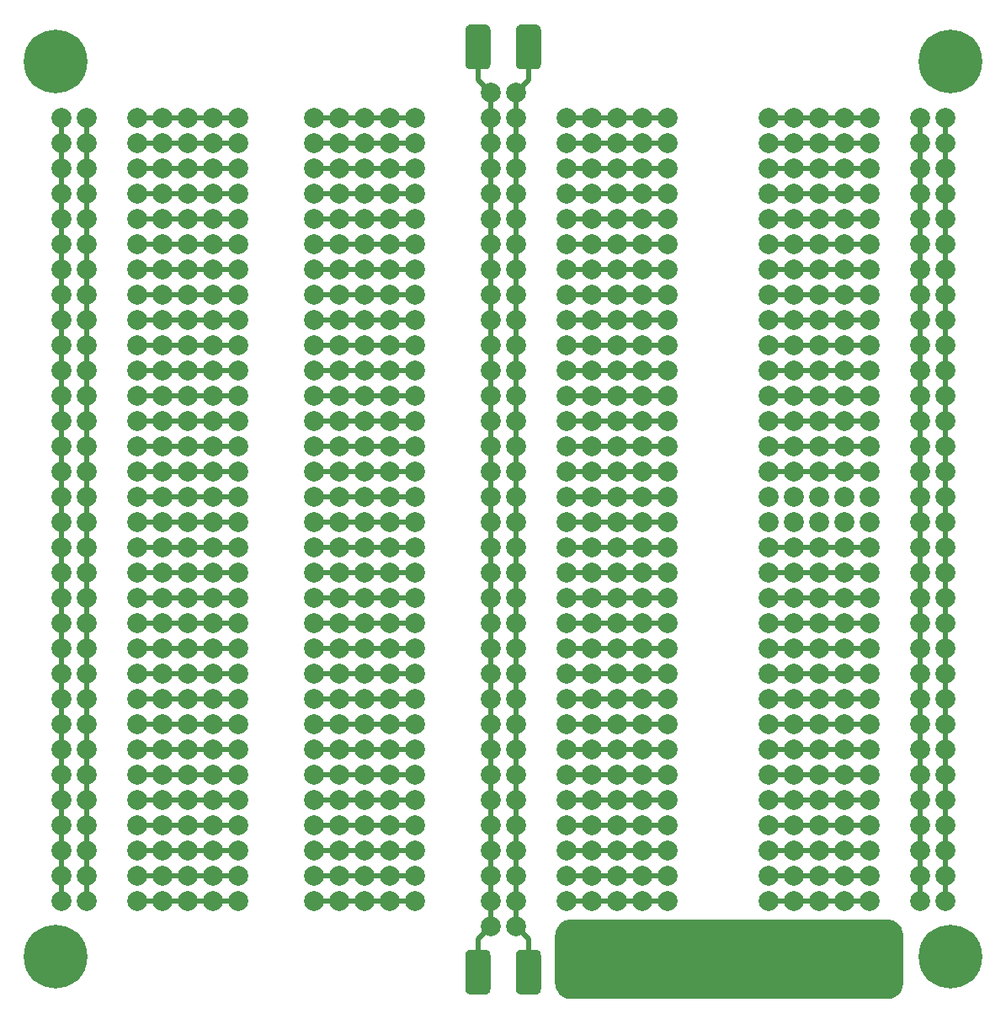
<source format=gbr>
G04 #@! TF.GenerationSoftware,KiCad,Pcbnew,(5.0.0-3-g5ebb6b6)*
G04 #@! TF.CreationDate,2019-05-14T13:45:27-04:00*
G04 #@! TF.ProjectId,Protoboard,50726F746F626F6172642E6B69636164,rev?*
G04 #@! TF.SameCoordinates,Original*
G04 #@! TF.FileFunction,Copper,L1,Top,Signal*
G04 #@! TF.FilePolarity,Positive*
%FSLAX46Y46*%
G04 Gerber Fmt 4.6, Leading zero omitted, Abs format (unit mm)*
G04 Created by KiCad (PCBNEW (5.0.0-3-g5ebb6b6)) date Tuesday, May 14, 2019 at 01:45:27 PM*
%MOMM*%
%LPD*%
G01*
G04 APERTURE LIST*
G04 #@! TA.AperFunction,Conductor*
%ADD10C,0.100000*%
G04 #@! TD*
G04 #@! TA.AperFunction,Conductor*
%ADD11C,8.000000*%
G04 #@! TD*
G04 #@! TA.AperFunction,SMDPad,CuDef*
%ADD12C,2.500000*%
G04 #@! TD*
G04 #@! TA.AperFunction,ComponentPad*
%ADD13C,2.000000*%
G04 #@! TD*
G04 #@! TA.AperFunction,ComponentPad*
%ADD14C,6.400000*%
G04 #@! TD*
G04 #@! TA.AperFunction,ComponentPad*
%ADD15C,0.800000*%
G04 #@! TD*
G04 #@! TA.AperFunction,Conductor*
%ADD16C,0.500000*%
G04 #@! TD*
G04 APERTURE END LIST*
D10*
G04 #@! TO.N,N/C*
G04 #@! TO.C,G\002A\002A\002A*
G36*
X208776827Y-111237704D02*
X208932145Y-111260744D01*
X209084455Y-111298895D01*
X209232293Y-111351793D01*
X209374235Y-111418926D01*
X209508912Y-111499649D01*
X209635029Y-111593183D01*
X209751371Y-111698629D01*
X209856817Y-111814971D01*
X209950351Y-111941088D01*
X210031074Y-112075765D01*
X210098207Y-112217707D01*
X210151105Y-112365545D01*
X210189256Y-112517855D01*
X210212296Y-112673173D01*
X210220000Y-112830000D01*
X210220000Y-117630000D01*
X210212296Y-117786827D01*
X210189256Y-117942145D01*
X210151105Y-118094455D01*
X210098207Y-118242293D01*
X210031074Y-118384235D01*
X209950351Y-118518912D01*
X209856817Y-118645029D01*
X209751371Y-118761371D01*
X209635029Y-118866817D01*
X209508912Y-118960351D01*
X209374235Y-119041074D01*
X209232293Y-119108207D01*
X209084455Y-119161105D01*
X208932145Y-119199256D01*
X208776827Y-119222296D01*
X208620000Y-119230000D01*
X176820000Y-119230000D01*
X176663173Y-119222296D01*
X176507855Y-119199256D01*
X176355545Y-119161105D01*
X176207707Y-119108207D01*
X176065765Y-119041074D01*
X175931088Y-118960351D01*
X175804971Y-118866817D01*
X175688629Y-118761371D01*
X175583183Y-118645029D01*
X175489649Y-118518912D01*
X175408926Y-118384235D01*
X175341793Y-118242293D01*
X175288895Y-118094455D01*
X175250744Y-117942145D01*
X175227704Y-117786827D01*
X175220000Y-117630000D01*
X175220000Y-112830000D01*
X175227704Y-112673173D01*
X175250744Y-112517855D01*
X175288895Y-112365545D01*
X175341793Y-112217707D01*
X175408926Y-112075765D01*
X175489649Y-111941088D01*
X175583183Y-111814971D01*
X175688629Y-111698629D01*
X175804971Y-111593183D01*
X175931088Y-111499649D01*
X176065765Y-111418926D01*
X176207707Y-111351793D01*
X176355545Y-111298895D01*
X176507855Y-111260744D01*
X176663173Y-111237704D01*
X176820000Y-111230000D01*
X208620000Y-111230000D01*
X208776827Y-111237704D01*
X208776827Y-111237704D01*
G37*
D11*
X192720000Y-115230000D03*
G04 #@! TD*
D10*
G04 #@! TO.N,N/C*
G04 #@! TO.C,REF\002A\002A*
G36*
X168259009Y-21252408D02*
X168307545Y-21259607D01*
X168355142Y-21271530D01*
X168401342Y-21288060D01*
X168445698Y-21309039D01*
X168487785Y-21334265D01*
X168527197Y-21363495D01*
X168563553Y-21396447D01*
X168596505Y-21432803D01*
X168625735Y-21472215D01*
X168650961Y-21514302D01*
X168671940Y-21558658D01*
X168688470Y-21604858D01*
X168700393Y-21652455D01*
X168707592Y-21700991D01*
X168710000Y-21750000D01*
X168710000Y-25250000D01*
X168707592Y-25299009D01*
X168700393Y-25347545D01*
X168688470Y-25395142D01*
X168671940Y-25441342D01*
X168650961Y-25485698D01*
X168625735Y-25527785D01*
X168596505Y-25567197D01*
X168563553Y-25603553D01*
X168527197Y-25636505D01*
X168487785Y-25665735D01*
X168445698Y-25690961D01*
X168401342Y-25711940D01*
X168355142Y-25728470D01*
X168307545Y-25740393D01*
X168259009Y-25747592D01*
X168210000Y-25750000D01*
X166710000Y-25750000D01*
X166660991Y-25747592D01*
X166612455Y-25740393D01*
X166564858Y-25728470D01*
X166518658Y-25711940D01*
X166474302Y-25690961D01*
X166432215Y-25665735D01*
X166392803Y-25636505D01*
X166356447Y-25603553D01*
X166323495Y-25567197D01*
X166294265Y-25527785D01*
X166269039Y-25485698D01*
X166248060Y-25441342D01*
X166231530Y-25395142D01*
X166219607Y-25347545D01*
X166212408Y-25299009D01*
X166210000Y-25250000D01*
X166210000Y-21750000D01*
X166212408Y-21700991D01*
X166219607Y-21652455D01*
X166231530Y-21604858D01*
X166248060Y-21558658D01*
X166269039Y-21514302D01*
X166294265Y-21472215D01*
X166323495Y-21432803D01*
X166356447Y-21396447D01*
X166392803Y-21363495D01*
X166432215Y-21334265D01*
X166474302Y-21309039D01*
X166518658Y-21288060D01*
X166564858Y-21271530D01*
X166612455Y-21259607D01*
X166660991Y-21252408D01*
X166710000Y-21250000D01*
X168210000Y-21250000D01*
X168259009Y-21252408D01*
X168259009Y-21252408D01*
G37*
D12*
G04 #@! TD*
G04 #@! TO.P,REF\002A\002A,1*
G04 #@! TO.N,N/C*
X167460000Y-23500000D03*
D10*
G04 #@! TO.N,N/C*
G04 #@! TO.C,REF\002A\002A*
G36*
X173339009Y-21252408D02*
X173387545Y-21259607D01*
X173435142Y-21271530D01*
X173481342Y-21288060D01*
X173525698Y-21309039D01*
X173567785Y-21334265D01*
X173607197Y-21363495D01*
X173643553Y-21396447D01*
X173676505Y-21432803D01*
X173705735Y-21472215D01*
X173730961Y-21514302D01*
X173751940Y-21558658D01*
X173768470Y-21604858D01*
X173780393Y-21652455D01*
X173787592Y-21700991D01*
X173790000Y-21750000D01*
X173790000Y-25250000D01*
X173787592Y-25299009D01*
X173780393Y-25347545D01*
X173768470Y-25395142D01*
X173751940Y-25441342D01*
X173730961Y-25485698D01*
X173705735Y-25527785D01*
X173676505Y-25567197D01*
X173643553Y-25603553D01*
X173607197Y-25636505D01*
X173567785Y-25665735D01*
X173525698Y-25690961D01*
X173481342Y-25711940D01*
X173435142Y-25728470D01*
X173387545Y-25740393D01*
X173339009Y-25747592D01*
X173290000Y-25750000D01*
X171790000Y-25750000D01*
X171740991Y-25747592D01*
X171692455Y-25740393D01*
X171644858Y-25728470D01*
X171598658Y-25711940D01*
X171554302Y-25690961D01*
X171512215Y-25665735D01*
X171472803Y-25636505D01*
X171436447Y-25603553D01*
X171403495Y-25567197D01*
X171374265Y-25527785D01*
X171349039Y-25485698D01*
X171328060Y-25441342D01*
X171311530Y-25395142D01*
X171299607Y-25347545D01*
X171292408Y-25299009D01*
X171290000Y-25250000D01*
X171290000Y-21750000D01*
X171292408Y-21700991D01*
X171299607Y-21652455D01*
X171311530Y-21604858D01*
X171328060Y-21558658D01*
X171349039Y-21514302D01*
X171374265Y-21472215D01*
X171403495Y-21432803D01*
X171436447Y-21396447D01*
X171472803Y-21363495D01*
X171512215Y-21334265D01*
X171554302Y-21309039D01*
X171598658Y-21288060D01*
X171644858Y-21271530D01*
X171692455Y-21259607D01*
X171740991Y-21252408D01*
X171790000Y-21250000D01*
X173290000Y-21250000D01*
X173339009Y-21252408D01*
X173339009Y-21252408D01*
G37*
D12*
G04 #@! TD*
G04 #@! TO.P,REF\002A\002A,1*
G04 #@! TO.N,N/C*
X172540000Y-23500000D03*
D13*
G04 #@! TO.P,REF\002A\002A,1*
G04 #@! TO.N,N/C*
X206830000Y-30630000D03*
X199210000Y-30630000D03*
X196670000Y-30630000D03*
X204290000Y-30630000D03*
X201750000Y-30630000D03*
X206830000Y-33170000D03*
X199210000Y-33170000D03*
X196670000Y-33170000D03*
X204290000Y-33170000D03*
X201750000Y-33170000D03*
X206830000Y-109370000D03*
X199210000Y-109370000D03*
X196670000Y-109370000D03*
X204290000Y-109370000D03*
X201750000Y-109370000D03*
X206830000Y-106830000D03*
X199210000Y-106830000D03*
X196670000Y-106830000D03*
X204290000Y-106830000D03*
X201750000Y-106830000D03*
X206830000Y-94130000D03*
X201750000Y-101750000D03*
X199210000Y-101750000D03*
X206830000Y-83970000D03*
X199210000Y-83970000D03*
X196670000Y-83970000D03*
X199210000Y-94130000D03*
X196670000Y-94130000D03*
X204290000Y-94130000D03*
X201750000Y-94130000D03*
X196670000Y-101750000D03*
X204290000Y-101750000D03*
X206830000Y-101750000D03*
X206830000Y-73810000D03*
X199210000Y-73810000D03*
X196670000Y-73810000D03*
X204290000Y-73810000D03*
X201750000Y-73810000D03*
X206830000Y-71270000D03*
X199210000Y-71270000D03*
X196670000Y-71270000D03*
X204290000Y-71270000D03*
X201750000Y-71270000D03*
X204290000Y-83970000D03*
X206830000Y-81430000D03*
X199210000Y-81430000D03*
X196670000Y-81430000D03*
X204290000Y-81430000D03*
X201750000Y-104290000D03*
X204290000Y-104290000D03*
X196670000Y-104290000D03*
X199210000Y-104290000D03*
X201750000Y-81430000D03*
X206830000Y-76350000D03*
X206830000Y-78890000D03*
X199210000Y-78890000D03*
X196670000Y-78890000D03*
X204290000Y-78890000D03*
X201750000Y-78890000D03*
X206830000Y-91590000D03*
X199210000Y-96670000D03*
X206830000Y-99210000D03*
X199210000Y-99210000D03*
X196670000Y-99210000D03*
X204290000Y-99210000D03*
X201750000Y-99210000D03*
X199210000Y-76350000D03*
X196670000Y-76350000D03*
X204290000Y-76350000D03*
X201750000Y-76350000D03*
X206830000Y-89050000D03*
X199210000Y-89050000D03*
X196670000Y-89050000D03*
X204290000Y-89050000D03*
X201750000Y-89050000D03*
X206830000Y-86510000D03*
X199210000Y-86510000D03*
X196670000Y-86510000D03*
X204290000Y-86510000D03*
X201750000Y-86510000D03*
X206830000Y-96670000D03*
X196670000Y-96670000D03*
X204290000Y-96670000D03*
X201750000Y-96670000D03*
X199210000Y-91590000D03*
X196670000Y-91590000D03*
X204290000Y-91590000D03*
X201750000Y-91590000D03*
X206830000Y-104290000D03*
X201750000Y-83970000D03*
X201750000Y-35710000D03*
X204290000Y-35710000D03*
X196670000Y-35710000D03*
X199210000Y-35710000D03*
X206830000Y-35710000D03*
X201750000Y-38250000D03*
X204290000Y-38250000D03*
X196670000Y-38250000D03*
X199210000Y-38250000D03*
X206830000Y-38250000D03*
X201750000Y-40790000D03*
X204290000Y-40790000D03*
X196670000Y-40790000D03*
X199210000Y-40790000D03*
X206830000Y-40790000D03*
X201750000Y-43330000D03*
X204290000Y-43330000D03*
X196670000Y-43330000D03*
X199210000Y-43330000D03*
X206830000Y-43330000D03*
X201750000Y-45870000D03*
X204290000Y-45870000D03*
X196670000Y-45870000D03*
X199210000Y-45870000D03*
X206830000Y-45870000D03*
X201750000Y-48410000D03*
X204290000Y-48410000D03*
X196670000Y-48410000D03*
X199210000Y-48410000D03*
X206830000Y-48410000D03*
X201750000Y-50950000D03*
X204290000Y-50950000D03*
X196670000Y-50950000D03*
X199210000Y-50950000D03*
X206830000Y-50950000D03*
X201750000Y-53490000D03*
X204290000Y-53490000D03*
X196670000Y-53490000D03*
X199210000Y-53490000D03*
X206830000Y-53490000D03*
X201750000Y-56030000D03*
X204290000Y-56030000D03*
X196670000Y-56030000D03*
X199210000Y-56030000D03*
X206830000Y-56030000D03*
X201750000Y-58570000D03*
X204290000Y-58570000D03*
X196670000Y-58570000D03*
X199210000Y-58570000D03*
X206830000Y-58570000D03*
X201750000Y-61110000D03*
X204290000Y-61110000D03*
X196670000Y-61110000D03*
X199210000Y-61110000D03*
X206830000Y-61110000D03*
X201750000Y-63650000D03*
X204290000Y-63650000D03*
X196670000Y-63650000D03*
X199210000Y-63650000D03*
X206830000Y-63650000D03*
X201750000Y-66190000D03*
X204290000Y-66190000D03*
X196670000Y-66190000D03*
X199210000Y-66190000D03*
X206830000Y-66190000D03*
X206830000Y-68730000D03*
X204290000Y-68730000D03*
X196670000Y-68730000D03*
X199210000Y-68730000D03*
X201750000Y-68730000D03*
G04 #@! TD*
D14*
G04 #@! TO.P,REF\002A\002A,1*
G04 #@! TO.N,N/C*
X125000000Y-115000000D03*
D15*
X127400000Y-115000000D03*
X126697056Y-116697056D03*
X125000000Y-117400000D03*
X123302944Y-116697056D03*
X122600000Y-115000000D03*
X123302944Y-113302944D03*
X125000000Y-112600000D03*
X126697056Y-113302944D03*
G04 #@! TD*
D14*
G04 #@! TO.P,REF\002A\002A,1*
G04 #@! TO.N,N/C*
X215000000Y-115000000D03*
D15*
X217400000Y-115000000D03*
X216697056Y-116697056D03*
X215000000Y-117400000D03*
X213302944Y-116697056D03*
X212600000Y-115000000D03*
X213302944Y-113302944D03*
X215000000Y-112600000D03*
X216697056Y-113302944D03*
G04 #@! TD*
D14*
G04 #@! TO.P,REF\002A\002A,1*
G04 #@! TO.N,N/C*
X215000000Y-25000000D03*
D15*
X217400000Y-25000000D03*
X216697056Y-26697056D03*
X215000000Y-27400000D03*
X213302944Y-26697056D03*
X212600000Y-25000000D03*
X213302944Y-23302944D03*
X215000000Y-22600000D03*
X216697056Y-23302944D03*
G04 #@! TD*
D14*
G04 #@! TO.P,REF\002A\002A,1*
G04 #@! TO.N,N/C*
X125000000Y-25000000D03*
D15*
X127400000Y-25000000D03*
X126697056Y-26697056D03*
X125000000Y-27400000D03*
X123302944Y-26697056D03*
X122600000Y-25000000D03*
X123302944Y-23302944D03*
X125000000Y-22600000D03*
X126697056Y-23302944D03*
G04 #@! TD*
D13*
G04 #@! TO.P,REF\002A\002A,1*
G04 #@! TO.N,N/C*
X171270000Y-73810000D03*
X171270000Y-76350000D03*
X171270000Y-83970000D03*
X171270000Y-91590000D03*
X171270000Y-71270000D03*
X171270000Y-86510000D03*
X171270000Y-89050000D03*
X171270000Y-81430000D03*
X171270000Y-96670000D03*
X171270000Y-99210000D03*
X171270000Y-101750000D03*
X171270000Y-104290000D03*
X171270000Y-106830000D03*
X171270000Y-94130000D03*
X171270000Y-111910000D03*
X171270000Y-109370000D03*
X171270000Y-78890000D03*
X168730000Y-73810000D03*
X168730000Y-76350000D03*
X168730000Y-83970000D03*
X168730000Y-91590000D03*
X168730000Y-71270000D03*
X168730000Y-86510000D03*
X168730000Y-89050000D03*
X168730000Y-81430000D03*
X168730000Y-96670000D03*
X168730000Y-99210000D03*
X168730000Y-101750000D03*
X168730000Y-104290000D03*
X168730000Y-106830000D03*
X168730000Y-94130000D03*
X168730000Y-111910000D03*
X168730000Y-109370000D03*
X168730000Y-78890000D03*
X168730000Y-68730000D03*
X168730000Y-50950000D03*
X168730000Y-63650000D03*
X168730000Y-61110000D03*
X168730000Y-58570000D03*
X168730000Y-56030000D03*
X168730000Y-53490000D03*
X168730000Y-38250000D03*
X168730000Y-30630000D03*
X168730000Y-28090000D03*
X168730000Y-66190000D03*
X168730000Y-40790000D03*
X168730000Y-45870000D03*
X168730000Y-43330000D03*
X168730000Y-35710000D03*
X168730000Y-48410000D03*
X168730000Y-33170000D03*
X171270000Y-28090000D03*
X171270000Y-30630000D03*
X171270000Y-33170000D03*
X171270000Y-35710000D03*
X171270000Y-38250000D03*
X171270000Y-40790000D03*
X171270000Y-43330000D03*
X171270000Y-45870000D03*
X171270000Y-48410000D03*
X171270000Y-50950000D03*
X171270000Y-53490000D03*
X171270000Y-56030000D03*
X171270000Y-58570000D03*
X171270000Y-61110000D03*
X171270000Y-63650000D03*
X171270000Y-66190000D03*
X171270000Y-68730000D03*
G04 #@! TD*
G04 #@! TO.P,REF\002A\002A,1*
G04 #@! TO.N,N/C*
X161110000Y-30630000D03*
X153490000Y-30630000D03*
X150950000Y-30630000D03*
X158570000Y-30630000D03*
X156030000Y-30630000D03*
X161110000Y-33170000D03*
X153490000Y-33170000D03*
X150950000Y-33170000D03*
X158570000Y-33170000D03*
X156030000Y-33170000D03*
X161110000Y-109370000D03*
X153490000Y-109370000D03*
X150950000Y-109370000D03*
X158570000Y-109370000D03*
X156030000Y-109370000D03*
X161110000Y-106830000D03*
X153490000Y-106830000D03*
X150950000Y-106830000D03*
X158570000Y-106830000D03*
X156030000Y-106830000D03*
X161110000Y-94130000D03*
X156030000Y-101750000D03*
X153490000Y-101750000D03*
X161110000Y-83970000D03*
X153490000Y-83970000D03*
X150950000Y-83970000D03*
X153490000Y-94130000D03*
X150950000Y-94130000D03*
X158570000Y-94130000D03*
X156030000Y-94130000D03*
X150950000Y-101750000D03*
X158570000Y-101750000D03*
X161110000Y-101750000D03*
X161110000Y-73810000D03*
X153490000Y-73810000D03*
X150950000Y-73810000D03*
X158570000Y-73810000D03*
X156030000Y-73810000D03*
X161110000Y-71270000D03*
X153490000Y-71270000D03*
X150950000Y-71270000D03*
X158570000Y-71270000D03*
X156030000Y-71270000D03*
X158570000Y-83970000D03*
X161110000Y-81430000D03*
X153490000Y-81430000D03*
X150950000Y-81430000D03*
X158570000Y-81430000D03*
X156030000Y-104290000D03*
X158570000Y-104290000D03*
X150950000Y-104290000D03*
X153490000Y-104290000D03*
X156030000Y-81430000D03*
X161110000Y-76350000D03*
X161110000Y-78890000D03*
X153490000Y-78890000D03*
X150950000Y-78890000D03*
X158570000Y-78890000D03*
X156030000Y-78890000D03*
X161110000Y-91590000D03*
X153490000Y-96670000D03*
X161110000Y-99210000D03*
X153490000Y-99210000D03*
X150950000Y-99210000D03*
X158570000Y-99210000D03*
X156030000Y-99210000D03*
X153490000Y-76350000D03*
X150950000Y-76350000D03*
X158570000Y-76350000D03*
X156030000Y-76350000D03*
X161110000Y-89050000D03*
X153490000Y-89050000D03*
X150950000Y-89050000D03*
X158570000Y-89050000D03*
X156030000Y-89050000D03*
X161110000Y-86510000D03*
X153490000Y-86510000D03*
X150950000Y-86510000D03*
X158570000Y-86510000D03*
X156030000Y-86510000D03*
X161110000Y-96670000D03*
X150950000Y-96670000D03*
X158570000Y-96670000D03*
X156030000Y-96670000D03*
X153490000Y-91590000D03*
X150950000Y-91590000D03*
X158570000Y-91590000D03*
X156030000Y-91590000D03*
X161110000Y-104290000D03*
X156030000Y-83970000D03*
X156030000Y-35710000D03*
X158570000Y-35710000D03*
X150950000Y-35710000D03*
X153490000Y-35710000D03*
X161110000Y-35710000D03*
X156030000Y-38250000D03*
X158570000Y-38250000D03*
X150950000Y-38250000D03*
X153490000Y-38250000D03*
X161110000Y-38250000D03*
X156030000Y-40790000D03*
X158570000Y-40790000D03*
X150950000Y-40790000D03*
X153490000Y-40790000D03*
X161110000Y-40790000D03*
X156030000Y-43330000D03*
X158570000Y-43330000D03*
X150950000Y-43330000D03*
X153490000Y-43330000D03*
X161110000Y-43330000D03*
X156030000Y-45870000D03*
X158570000Y-45870000D03*
X150950000Y-45870000D03*
X153490000Y-45870000D03*
X161110000Y-45870000D03*
X156030000Y-48410000D03*
X158570000Y-48410000D03*
X150950000Y-48410000D03*
X153490000Y-48410000D03*
X161110000Y-48410000D03*
X156030000Y-50950000D03*
X158570000Y-50950000D03*
X150950000Y-50950000D03*
X153490000Y-50950000D03*
X161110000Y-50950000D03*
X156030000Y-53490000D03*
X158570000Y-53490000D03*
X150950000Y-53490000D03*
X153490000Y-53490000D03*
X161110000Y-53490000D03*
X156030000Y-56030000D03*
X158570000Y-56030000D03*
X150950000Y-56030000D03*
X153490000Y-56030000D03*
X161110000Y-56030000D03*
X156030000Y-58570000D03*
X158570000Y-58570000D03*
X150950000Y-58570000D03*
X153490000Y-58570000D03*
X161110000Y-58570000D03*
X156030000Y-61110000D03*
X158570000Y-61110000D03*
X150950000Y-61110000D03*
X153490000Y-61110000D03*
X161110000Y-61110000D03*
X156030000Y-63650000D03*
X158570000Y-63650000D03*
X150950000Y-63650000D03*
X153490000Y-63650000D03*
X161110000Y-63650000D03*
X156030000Y-66190000D03*
X158570000Y-66190000D03*
X150950000Y-66190000D03*
X153490000Y-66190000D03*
X161110000Y-66190000D03*
X161110000Y-68730000D03*
X158570000Y-68730000D03*
X150950000Y-68730000D03*
X153490000Y-68730000D03*
X156030000Y-68730000D03*
G04 #@! TD*
G04 #@! TO.P,REF\002A\002A,1*
G04 #@! TO.N,N/C*
X186510000Y-30630000D03*
X178890000Y-30630000D03*
X176350000Y-30630000D03*
X183970000Y-30630000D03*
X181430000Y-30630000D03*
X186510000Y-33170000D03*
X178890000Y-33170000D03*
X176350000Y-33170000D03*
X183970000Y-33170000D03*
X181430000Y-33170000D03*
X186510000Y-109370000D03*
X178890000Y-109370000D03*
X176350000Y-109370000D03*
X183970000Y-109370000D03*
X181430000Y-109370000D03*
X186510000Y-106830000D03*
X178890000Y-106830000D03*
X176350000Y-106830000D03*
X183970000Y-106830000D03*
X181430000Y-106830000D03*
X186510000Y-94130000D03*
X181430000Y-101750000D03*
X178890000Y-101750000D03*
X186510000Y-83970000D03*
X178890000Y-83970000D03*
X176350000Y-83970000D03*
X178890000Y-94130000D03*
X176350000Y-94130000D03*
X183970000Y-94130000D03*
X181430000Y-94130000D03*
X176350000Y-101750000D03*
X183970000Y-101750000D03*
X186510000Y-101750000D03*
X186510000Y-73810000D03*
X178890000Y-73810000D03*
X176350000Y-73810000D03*
X183970000Y-73810000D03*
X181430000Y-73810000D03*
X186510000Y-71270000D03*
X178890000Y-71270000D03*
X176350000Y-71270000D03*
X183970000Y-71270000D03*
X181430000Y-71270000D03*
X183970000Y-83970000D03*
X186510000Y-81430000D03*
X178890000Y-81430000D03*
X176350000Y-81430000D03*
X183970000Y-81430000D03*
X181430000Y-104290000D03*
X183970000Y-104290000D03*
X176350000Y-104290000D03*
X178890000Y-104290000D03*
X181430000Y-81430000D03*
X186510000Y-76350000D03*
X186510000Y-78890000D03*
X178890000Y-78890000D03*
X176350000Y-78890000D03*
X183970000Y-78890000D03*
X181430000Y-78890000D03*
X186510000Y-91590000D03*
X178890000Y-96670000D03*
X186510000Y-99210000D03*
X178890000Y-99210000D03*
X176350000Y-99210000D03*
X183970000Y-99210000D03*
X181430000Y-99210000D03*
X178890000Y-76350000D03*
X176350000Y-76350000D03*
X183970000Y-76350000D03*
X181430000Y-76350000D03*
X186510000Y-89050000D03*
X178890000Y-89050000D03*
X176350000Y-89050000D03*
X183970000Y-89050000D03*
X181430000Y-89050000D03*
X186510000Y-86510000D03*
X178890000Y-86510000D03*
X176350000Y-86510000D03*
X183970000Y-86510000D03*
X181430000Y-86510000D03*
X186510000Y-96670000D03*
X176350000Y-96670000D03*
X183970000Y-96670000D03*
X181430000Y-96670000D03*
X178890000Y-91590000D03*
X176350000Y-91590000D03*
X183970000Y-91590000D03*
X181430000Y-91590000D03*
X186510000Y-104290000D03*
X181430000Y-83970000D03*
X181430000Y-35710000D03*
X183970000Y-35710000D03*
X176350000Y-35710000D03*
X178890000Y-35710000D03*
X186510000Y-35710000D03*
X181430000Y-38250000D03*
X183970000Y-38250000D03*
X176350000Y-38250000D03*
X178890000Y-38250000D03*
X186510000Y-38250000D03*
X181430000Y-40790000D03*
X183970000Y-40790000D03*
X176350000Y-40790000D03*
X178890000Y-40790000D03*
X186510000Y-40790000D03*
X181430000Y-43330000D03*
X183970000Y-43330000D03*
X176350000Y-43330000D03*
X178890000Y-43330000D03*
X186510000Y-43330000D03*
X181430000Y-45870000D03*
X183970000Y-45870000D03*
X176350000Y-45870000D03*
X178890000Y-45870000D03*
X186510000Y-45870000D03*
X181430000Y-48410000D03*
X183970000Y-48410000D03*
X176350000Y-48410000D03*
X178890000Y-48410000D03*
X186510000Y-48410000D03*
X181430000Y-50950000D03*
X183970000Y-50950000D03*
X176350000Y-50950000D03*
X178890000Y-50950000D03*
X186510000Y-50950000D03*
X181430000Y-53490000D03*
X183970000Y-53490000D03*
X176350000Y-53490000D03*
X178890000Y-53490000D03*
X186510000Y-53490000D03*
X181430000Y-56030000D03*
X183970000Y-56030000D03*
X176350000Y-56030000D03*
X178890000Y-56030000D03*
X186510000Y-56030000D03*
X181430000Y-58570000D03*
X183970000Y-58570000D03*
X176350000Y-58570000D03*
X178890000Y-58570000D03*
X186510000Y-58570000D03*
X181430000Y-61110000D03*
X183970000Y-61110000D03*
X176350000Y-61110000D03*
X178890000Y-61110000D03*
X186510000Y-61110000D03*
X181430000Y-63650000D03*
X183970000Y-63650000D03*
X176350000Y-63650000D03*
X178890000Y-63650000D03*
X186510000Y-63650000D03*
X181430000Y-66190000D03*
X183970000Y-66190000D03*
X176350000Y-66190000D03*
X178890000Y-66190000D03*
X186510000Y-66190000D03*
X186510000Y-68730000D03*
X183970000Y-68730000D03*
X176350000Y-68730000D03*
X178890000Y-68730000D03*
X181430000Y-68730000D03*
G04 #@! TD*
G04 #@! TO.P,REF\002A\002A,1*
G04 #@! TO.N,N/C*
X143330000Y-30630000D03*
X135710000Y-30630000D03*
X133170000Y-30630000D03*
X140790000Y-30630000D03*
X138250000Y-30630000D03*
X143330000Y-33170000D03*
X135710000Y-33170000D03*
X133170000Y-33170000D03*
X140790000Y-33170000D03*
X138250000Y-33170000D03*
X143330000Y-109370000D03*
X135710000Y-109370000D03*
X133170000Y-109370000D03*
X140790000Y-109370000D03*
X138250000Y-109370000D03*
X143330000Y-106830000D03*
X135710000Y-106830000D03*
X133170000Y-106830000D03*
X140790000Y-106830000D03*
X138250000Y-106830000D03*
X143330000Y-94130000D03*
X138250000Y-101750000D03*
X135710000Y-101750000D03*
X143330000Y-83970000D03*
X135710000Y-83970000D03*
X133170000Y-83970000D03*
X135710000Y-94130000D03*
X133170000Y-94130000D03*
X140790000Y-94130000D03*
X138250000Y-94130000D03*
X133170000Y-101750000D03*
X140790000Y-101750000D03*
X143330000Y-101750000D03*
X143330000Y-73810000D03*
X135710000Y-73810000D03*
X133170000Y-73810000D03*
X140790000Y-73810000D03*
X138250000Y-73810000D03*
X143330000Y-71270000D03*
X135710000Y-71270000D03*
X133170000Y-71270000D03*
X140790000Y-71270000D03*
X138250000Y-71270000D03*
X140790000Y-83970000D03*
X143330000Y-81430000D03*
X135710000Y-81430000D03*
X133170000Y-81430000D03*
X140790000Y-81430000D03*
X138250000Y-104290000D03*
X140790000Y-104290000D03*
X133170000Y-104290000D03*
X135710000Y-104290000D03*
X138250000Y-81430000D03*
X143330000Y-76350000D03*
X143330000Y-78890000D03*
X135710000Y-78890000D03*
X133170000Y-78890000D03*
X140790000Y-78890000D03*
X138250000Y-78890000D03*
X143330000Y-91590000D03*
X135710000Y-96670000D03*
X143330000Y-99210000D03*
X135710000Y-99210000D03*
X133170000Y-99210000D03*
X140790000Y-99210000D03*
X138250000Y-99210000D03*
X135710000Y-76350000D03*
X133170000Y-76350000D03*
X140790000Y-76350000D03*
X138250000Y-76350000D03*
X143330000Y-89050000D03*
X135710000Y-89050000D03*
X133170000Y-89050000D03*
X140790000Y-89050000D03*
X138250000Y-89050000D03*
X143330000Y-86510000D03*
X135710000Y-86510000D03*
X133170000Y-86510000D03*
X140790000Y-86510000D03*
X138250000Y-86510000D03*
X143330000Y-96670000D03*
X133170000Y-96670000D03*
X140790000Y-96670000D03*
X138250000Y-96670000D03*
X135710000Y-91590000D03*
X133170000Y-91590000D03*
X140790000Y-91590000D03*
X138250000Y-91590000D03*
X143330000Y-104290000D03*
X138250000Y-83970000D03*
X138250000Y-35710000D03*
X140790000Y-35710000D03*
X133170000Y-35710000D03*
X135710000Y-35710000D03*
X143330000Y-35710000D03*
X138250000Y-38250000D03*
X140790000Y-38250000D03*
X133170000Y-38250000D03*
X135710000Y-38250000D03*
X143330000Y-38250000D03*
X138250000Y-40790000D03*
X140790000Y-40790000D03*
X133170000Y-40790000D03*
X135710000Y-40790000D03*
X143330000Y-40790000D03*
X138250000Y-43330000D03*
X140790000Y-43330000D03*
X133170000Y-43330000D03*
X135710000Y-43330000D03*
X143330000Y-43330000D03*
X138250000Y-45870000D03*
X140790000Y-45870000D03*
X133170000Y-45870000D03*
X135710000Y-45870000D03*
X143330000Y-45870000D03*
X138250000Y-48410000D03*
X140790000Y-48410000D03*
X133170000Y-48410000D03*
X135710000Y-48410000D03*
X143330000Y-48410000D03*
X138250000Y-50950000D03*
X140790000Y-50950000D03*
X133170000Y-50950000D03*
X135710000Y-50950000D03*
X143330000Y-50950000D03*
X138250000Y-53490000D03*
X140790000Y-53490000D03*
X133170000Y-53490000D03*
X135710000Y-53490000D03*
X143330000Y-53490000D03*
X138250000Y-56030000D03*
X140790000Y-56030000D03*
X133170000Y-56030000D03*
X135710000Y-56030000D03*
X143330000Y-56030000D03*
X138250000Y-58570000D03*
X140790000Y-58570000D03*
X133170000Y-58570000D03*
X135710000Y-58570000D03*
X143330000Y-58570000D03*
X138250000Y-61110000D03*
X140790000Y-61110000D03*
X133170000Y-61110000D03*
X135710000Y-61110000D03*
X143330000Y-61110000D03*
X138250000Y-63650000D03*
X140790000Y-63650000D03*
X133170000Y-63650000D03*
X135710000Y-63650000D03*
X143330000Y-63650000D03*
X138250000Y-66190000D03*
X140790000Y-66190000D03*
X133170000Y-66190000D03*
X135710000Y-66190000D03*
X143330000Y-66190000D03*
X143330000Y-68730000D03*
X140790000Y-68730000D03*
X133170000Y-68730000D03*
X135710000Y-68730000D03*
X138250000Y-68730000D03*
G04 #@! TD*
G04 #@! TO.P,REF\002A\002A,1*
G04 #@! TO.N,N/C*
X214450000Y-83970000D03*
X214450000Y-86510000D03*
X214450000Y-89050000D03*
X214450000Y-104290000D03*
X214450000Y-106830000D03*
X214450000Y-96670000D03*
X214450000Y-76350000D03*
X214450000Y-94130000D03*
X214450000Y-109370000D03*
X214450000Y-71270000D03*
X214450000Y-99210000D03*
X214450000Y-73810000D03*
X214450000Y-78890000D03*
X214450000Y-101750000D03*
X214450000Y-81430000D03*
X214450000Y-91590000D03*
X211910000Y-83970000D03*
X211910000Y-86510000D03*
X211910000Y-89050000D03*
X211910000Y-104290000D03*
X211910000Y-106830000D03*
X211910000Y-96670000D03*
X211910000Y-76350000D03*
X211910000Y-94130000D03*
X211910000Y-109370000D03*
X211910000Y-71270000D03*
X211910000Y-99210000D03*
X211910000Y-73810000D03*
X211910000Y-78890000D03*
X211910000Y-101750000D03*
X211910000Y-81430000D03*
X211910000Y-91590000D03*
X211910000Y-53490000D03*
X211910000Y-35710000D03*
X211910000Y-56030000D03*
X211910000Y-66190000D03*
X211910000Y-63650000D03*
X211910000Y-48410000D03*
X211910000Y-45870000D03*
X211910000Y-43330000D03*
X211910000Y-58570000D03*
X211910000Y-30630000D03*
X211910000Y-68730000D03*
X211910000Y-61110000D03*
X211910000Y-50950000D03*
X211910000Y-33170000D03*
X211910000Y-38250000D03*
X211910000Y-40790000D03*
X214450000Y-30630000D03*
X214450000Y-33170000D03*
X214450000Y-35710000D03*
X214450000Y-38250000D03*
X214450000Y-40790000D03*
X214450000Y-43330000D03*
X214450000Y-45870000D03*
X214450000Y-48410000D03*
X214450000Y-50950000D03*
X214450000Y-53490000D03*
X214450000Y-56030000D03*
X214450000Y-58570000D03*
X214450000Y-61110000D03*
X214450000Y-63650000D03*
X214450000Y-66190000D03*
X214450000Y-68730000D03*
G04 #@! TD*
G04 #@! TO.P,REF\002A\002A,1*
G04 #@! TO.N,N/C*
X128090000Y-83970000D03*
X128090000Y-86510000D03*
X128090000Y-89050000D03*
X128090000Y-104290000D03*
X128090000Y-106830000D03*
X128090000Y-96670000D03*
X128090000Y-76350000D03*
X128090000Y-94130000D03*
X128090000Y-109370000D03*
X128090000Y-71270000D03*
X128090000Y-99210000D03*
X128090000Y-73810000D03*
X128090000Y-78890000D03*
X128090000Y-101750000D03*
X128090000Y-81430000D03*
X128090000Y-91590000D03*
X125550000Y-83970000D03*
X125550000Y-86510000D03*
X125550000Y-89050000D03*
X125550000Y-104290000D03*
X125550000Y-106830000D03*
X125550000Y-96670000D03*
X125550000Y-76350000D03*
X125550000Y-94130000D03*
X125550000Y-109370000D03*
X125550000Y-71270000D03*
X125550000Y-99210000D03*
X125550000Y-73810000D03*
X125550000Y-78890000D03*
X125550000Y-101750000D03*
X125550000Y-81430000D03*
X125550000Y-91590000D03*
X125550000Y-53490000D03*
X125550000Y-35710000D03*
X125550000Y-56030000D03*
X125550000Y-66190000D03*
X125550000Y-63650000D03*
X125550000Y-48410000D03*
X125550000Y-45870000D03*
X125550000Y-43330000D03*
X125550000Y-58570000D03*
X125550000Y-30630000D03*
X125550000Y-68730000D03*
X125550000Y-61110000D03*
X125550000Y-50950000D03*
X125550000Y-33170000D03*
X125550000Y-38250000D03*
X125550000Y-40790000D03*
X128090000Y-30630000D03*
X128090000Y-33170000D03*
X128090000Y-35710000D03*
X128090000Y-38250000D03*
X128090000Y-40790000D03*
X128090000Y-43330000D03*
X128090000Y-45870000D03*
X128090000Y-48410000D03*
X128090000Y-50950000D03*
X128090000Y-53490000D03*
X128090000Y-56030000D03*
X128090000Y-58570000D03*
X128090000Y-61110000D03*
X128090000Y-63650000D03*
X128090000Y-66190000D03*
X128090000Y-68730000D03*
G04 #@! TD*
D10*
G04 #@! TO.N,N/C*
G04 #@! TO.C,REF\002A\002A*
G36*
X173339009Y-114252408D02*
X173387545Y-114259607D01*
X173435142Y-114271530D01*
X173481342Y-114288060D01*
X173525698Y-114309039D01*
X173567785Y-114334265D01*
X173607197Y-114363495D01*
X173643553Y-114396447D01*
X173676505Y-114432803D01*
X173705735Y-114472215D01*
X173730961Y-114514302D01*
X173751940Y-114558658D01*
X173768470Y-114604858D01*
X173780393Y-114652455D01*
X173787592Y-114700991D01*
X173790000Y-114750000D01*
X173790000Y-118250000D01*
X173787592Y-118299009D01*
X173780393Y-118347545D01*
X173768470Y-118395142D01*
X173751940Y-118441342D01*
X173730961Y-118485698D01*
X173705735Y-118527785D01*
X173676505Y-118567197D01*
X173643553Y-118603553D01*
X173607197Y-118636505D01*
X173567785Y-118665735D01*
X173525698Y-118690961D01*
X173481342Y-118711940D01*
X173435142Y-118728470D01*
X173387545Y-118740393D01*
X173339009Y-118747592D01*
X173290000Y-118750000D01*
X171790000Y-118750000D01*
X171740991Y-118747592D01*
X171692455Y-118740393D01*
X171644858Y-118728470D01*
X171598658Y-118711940D01*
X171554302Y-118690961D01*
X171512215Y-118665735D01*
X171472803Y-118636505D01*
X171436447Y-118603553D01*
X171403495Y-118567197D01*
X171374265Y-118527785D01*
X171349039Y-118485698D01*
X171328060Y-118441342D01*
X171311530Y-118395142D01*
X171299607Y-118347545D01*
X171292408Y-118299009D01*
X171290000Y-118250000D01*
X171290000Y-114750000D01*
X171292408Y-114700991D01*
X171299607Y-114652455D01*
X171311530Y-114604858D01*
X171328060Y-114558658D01*
X171349039Y-114514302D01*
X171374265Y-114472215D01*
X171403495Y-114432803D01*
X171436447Y-114396447D01*
X171472803Y-114363495D01*
X171512215Y-114334265D01*
X171554302Y-114309039D01*
X171598658Y-114288060D01*
X171644858Y-114271530D01*
X171692455Y-114259607D01*
X171740991Y-114252408D01*
X171790000Y-114250000D01*
X173290000Y-114250000D01*
X173339009Y-114252408D01*
X173339009Y-114252408D01*
G37*
D12*
G04 #@! TD*
G04 #@! TO.P,REF\002A\002A,1*
G04 #@! TO.N,N/C*
X172540000Y-116500000D03*
D10*
G04 #@! TO.N,N/C*
G04 #@! TO.C,REF\002A\002A*
G36*
X168259009Y-114252408D02*
X168307545Y-114259607D01*
X168355142Y-114271530D01*
X168401342Y-114288060D01*
X168445698Y-114309039D01*
X168487785Y-114334265D01*
X168527197Y-114363495D01*
X168563553Y-114396447D01*
X168596505Y-114432803D01*
X168625735Y-114472215D01*
X168650961Y-114514302D01*
X168671940Y-114558658D01*
X168688470Y-114604858D01*
X168700393Y-114652455D01*
X168707592Y-114700991D01*
X168710000Y-114750000D01*
X168710000Y-118250000D01*
X168707592Y-118299009D01*
X168700393Y-118347545D01*
X168688470Y-118395142D01*
X168671940Y-118441342D01*
X168650961Y-118485698D01*
X168625735Y-118527785D01*
X168596505Y-118567197D01*
X168563553Y-118603553D01*
X168527197Y-118636505D01*
X168487785Y-118665735D01*
X168445698Y-118690961D01*
X168401342Y-118711940D01*
X168355142Y-118728470D01*
X168307545Y-118740393D01*
X168259009Y-118747592D01*
X168210000Y-118750000D01*
X166710000Y-118750000D01*
X166660991Y-118747592D01*
X166612455Y-118740393D01*
X166564858Y-118728470D01*
X166518658Y-118711940D01*
X166474302Y-118690961D01*
X166432215Y-118665735D01*
X166392803Y-118636505D01*
X166356447Y-118603553D01*
X166323495Y-118567197D01*
X166294265Y-118527785D01*
X166269039Y-118485698D01*
X166248060Y-118441342D01*
X166231530Y-118395142D01*
X166219607Y-118347545D01*
X166212408Y-118299009D01*
X166210000Y-118250000D01*
X166210000Y-114750000D01*
X166212408Y-114700991D01*
X166219607Y-114652455D01*
X166231530Y-114604858D01*
X166248060Y-114558658D01*
X166269039Y-114514302D01*
X166294265Y-114472215D01*
X166323495Y-114432803D01*
X166356447Y-114396447D01*
X166392803Y-114363495D01*
X166432215Y-114334265D01*
X166474302Y-114309039D01*
X166518658Y-114288060D01*
X166564858Y-114271530D01*
X166612455Y-114259607D01*
X166660991Y-114252408D01*
X166710000Y-114250000D01*
X168210000Y-114250000D01*
X168259009Y-114252408D01*
X168259009Y-114252408D01*
G37*
D12*
G04 #@! TD*
G04 #@! TO.P,REF\002A\002A,1*
G04 #@! TO.N,N/C*
X167460000Y-116500000D03*
D16*
G04 #@! TO.N,*
X168730000Y-111910000D02*
X168730000Y-28090000D01*
X181430000Y-99210000D02*
X186510000Y-99210000D01*
X176350000Y-99210000D02*
X181430000Y-99210000D01*
X206830000Y-73810000D02*
X196670000Y-73810000D01*
X199210000Y-38250000D02*
X196670000Y-38250000D01*
X206830000Y-38250000D02*
X199210000Y-38250000D01*
X211910000Y-61110000D02*
X211910000Y-109370000D01*
X211910000Y-30630000D02*
X211910000Y-61110000D01*
X214450000Y-109370000D02*
X214450000Y-30630000D01*
X128090000Y-109370000D02*
X128090000Y-30630000D01*
X135710000Y-83970000D02*
X133170000Y-83970000D01*
X143330000Y-83970000D02*
X135710000Y-83970000D01*
X167460000Y-113180000D02*
X167460000Y-116500000D01*
X168730000Y-111910000D02*
X167460000Y-113180000D01*
X172540000Y-113180000D02*
X171270000Y-111910000D01*
X172540000Y-116500000D02*
X172540000Y-113180000D01*
X172540000Y-26820000D02*
X171270000Y-28090000D01*
X172540000Y-23500000D02*
X172540000Y-26820000D01*
X167460000Y-26820000D02*
X168730000Y-28090000D01*
X167460000Y-23500000D02*
X167460000Y-26820000D01*
X133170000Y-86510000D02*
X143330000Y-86510000D01*
X133170000Y-81430000D02*
X143330000Y-81430000D01*
X133170000Y-30630000D02*
X143330000Y-30630000D01*
X143330000Y-33170000D02*
X133170000Y-33170000D01*
X133170000Y-35710000D02*
X143330000Y-35710000D01*
X133170000Y-38250000D02*
X143330000Y-38250000D01*
X143330000Y-40790000D02*
X133170000Y-40790000D01*
X133170000Y-43330000D02*
X143330000Y-43330000D01*
X143330000Y-45870000D02*
X133170000Y-45870000D01*
X133170000Y-48410000D02*
X143330000Y-48410000D01*
X143330000Y-50950000D02*
X133170000Y-50950000D01*
X133170000Y-53490000D02*
X143330000Y-53490000D01*
X143330000Y-56030000D02*
X133170000Y-56030000D01*
X133170000Y-58570000D02*
X143330000Y-58570000D01*
X143330000Y-61110000D02*
X133170000Y-61110000D01*
X125550000Y-30630000D02*
X125550000Y-109370000D01*
X133170000Y-63650000D02*
X143330000Y-63650000D01*
X143330000Y-66190000D02*
X133170000Y-66190000D01*
X133170000Y-68730000D02*
X143330000Y-68730000D01*
X143330000Y-71270000D02*
X133170000Y-71270000D01*
X133170000Y-73810000D02*
X143330000Y-73810000D01*
X143330000Y-76350000D02*
X133170000Y-76350000D01*
X133170000Y-78890000D02*
X143330000Y-78890000D01*
X133170000Y-89050000D02*
X143330000Y-89050000D01*
X143330000Y-91590000D02*
X133170000Y-91590000D01*
X133170000Y-94130000D02*
X143330000Y-94130000D01*
X143330000Y-96670000D02*
X133170000Y-96670000D01*
X133170000Y-99210000D02*
X143330000Y-99210000D01*
X143330000Y-101750000D02*
X133170000Y-101750000D01*
X133170000Y-104290000D02*
X143330000Y-104290000D01*
X143330000Y-106830000D02*
X133170000Y-106830000D01*
X133170000Y-109370000D02*
X143330000Y-109370000D01*
X150950000Y-30630000D02*
X161110000Y-30630000D01*
X161110000Y-33170000D02*
X150950000Y-33170000D01*
X150950000Y-35710000D02*
X161110000Y-35710000D01*
X161110000Y-38250000D02*
X150950000Y-38250000D01*
X150950000Y-40790000D02*
X161110000Y-40790000D01*
X161110000Y-43330000D02*
X150950000Y-43330000D01*
X150950000Y-45870000D02*
X161110000Y-45870000D01*
X161110000Y-48410000D02*
X150950000Y-48410000D01*
X150950000Y-50950000D02*
X161110000Y-50950000D01*
X161110000Y-53490000D02*
X150950000Y-53490000D01*
X150950000Y-56030000D02*
X161110000Y-56030000D01*
X161110000Y-58570000D02*
X150950000Y-58570000D01*
X150950000Y-61110000D02*
X161110000Y-61110000D01*
X161110000Y-63650000D02*
X150950000Y-63650000D01*
X150950000Y-66190000D02*
X161110000Y-66190000D01*
X161110000Y-68730000D02*
X150950000Y-68730000D01*
X150950000Y-71270000D02*
X161110000Y-71270000D01*
X161110000Y-73810000D02*
X150950000Y-73810000D01*
X150950000Y-76350000D02*
X161110000Y-76350000D01*
X161110000Y-78890000D02*
X150950000Y-78890000D01*
X150950000Y-81430000D02*
X161110000Y-81430000D01*
X161110000Y-83970000D02*
X150950000Y-83970000D01*
X150950000Y-86510000D02*
X161110000Y-86510000D01*
X161110000Y-89050000D02*
X150950000Y-89050000D01*
X150950000Y-91590000D02*
X161110000Y-91590000D01*
X161110000Y-94130000D02*
X150950000Y-94130000D01*
X150950000Y-96670000D02*
X161110000Y-96670000D01*
X161110000Y-99210000D02*
X150950000Y-99210000D01*
X150950000Y-101750000D02*
X161110000Y-101750000D01*
X161110000Y-104290000D02*
X150950000Y-104290000D01*
X150950000Y-106830000D02*
X161110000Y-106830000D01*
X161110000Y-109370000D02*
X150950000Y-109370000D01*
X176350000Y-30630000D02*
X186510000Y-30630000D01*
X171270000Y-28090000D02*
X171270000Y-111910000D01*
X176350000Y-33170000D02*
X186510000Y-33170000D01*
X186510000Y-35710000D02*
X176350000Y-35710000D01*
X176350000Y-38250000D02*
X186510000Y-38250000D01*
X176350000Y-40790000D02*
X186510000Y-40790000D01*
X186510000Y-43330000D02*
X176350000Y-43330000D01*
X176350000Y-45870000D02*
X186510000Y-45870000D01*
X186510000Y-48410000D02*
X176350000Y-48410000D01*
X176350000Y-50950000D02*
X186510000Y-50950000D01*
X176350000Y-53490000D02*
X186510000Y-53490000D01*
X186510000Y-56030000D02*
X176350000Y-56030000D01*
X176350000Y-58570000D02*
X186510000Y-58570000D01*
X186510000Y-61110000D02*
X176350000Y-61110000D01*
X176350000Y-63650000D02*
X186510000Y-63650000D01*
X186510000Y-66190000D02*
X176350000Y-66190000D01*
X176350000Y-68730000D02*
X186510000Y-68730000D01*
X186510000Y-71270000D02*
X176350000Y-71270000D01*
X176350000Y-73810000D02*
X186510000Y-73810000D01*
X186510000Y-76350000D02*
X176350000Y-76350000D01*
X176350000Y-78890000D02*
X186510000Y-78890000D01*
X186510000Y-81430000D02*
X176350000Y-81430000D01*
X176350000Y-83970000D02*
X186510000Y-83970000D01*
X181430000Y-86510000D02*
X176350000Y-86510000D01*
X186510000Y-86510000D02*
X181430000Y-86510000D01*
X176350000Y-89050000D02*
X186510000Y-89050000D01*
X186510000Y-91590000D02*
X176350000Y-91590000D01*
X176350000Y-94130000D02*
X186510000Y-94130000D01*
X186510000Y-96670000D02*
X176350000Y-96670000D01*
X176350000Y-101750000D02*
X186510000Y-101750000D01*
X186510000Y-104290000D02*
X176350000Y-104290000D01*
X176350000Y-106830000D02*
X186510000Y-106830000D01*
X186510000Y-109370000D02*
X176350000Y-109370000D01*
X196670000Y-30630000D02*
X206830000Y-30630000D01*
X206830000Y-33170000D02*
X196670000Y-33170000D01*
X196670000Y-35710000D02*
X206830000Y-35710000D01*
X206830000Y-40790000D02*
X196670000Y-40790000D01*
X196670000Y-43330000D02*
X206830000Y-43330000D01*
X206830000Y-45870000D02*
X196670000Y-45870000D01*
X196670000Y-48410000D02*
X206830000Y-48410000D01*
X196670000Y-50950000D02*
X206830000Y-50950000D01*
X206830000Y-53490000D02*
X196670000Y-53490000D01*
X196670000Y-56030000D02*
X206830000Y-56030000D01*
X206830000Y-58570000D02*
X196670000Y-58570000D01*
X204290000Y-61110000D02*
X206830000Y-61110000D01*
X196670000Y-61110000D02*
X204290000Y-61110000D01*
X206830000Y-63650000D02*
X196670000Y-63650000D01*
X196670000Y-66190000D02*
X206830000Y-66190000D01*
X206830000Y-76350000D02*
X196670000Y-76350000D01*
X196670000Y-78890000D02*
X206830000Y-78890000D01*
X206830000Y-81430000D02*
X196670000Y-81430000D01*
X196670000Y-83970000D02*
X206830000Y-83970000D01*
X206830000Y-86510000D02*
X196670000Y-86510000D01*
X196670000Y-89050000D02*
X206830000Y-89050000D01*
X206830000Y-91590000D02*
X196670000Y-91590000D01*
X196670000Y-94130000D02*
X206830000Y-94130000D01*
X206830000Y-96670000D02*
X196670000Y-96670000D01*
X196670000Y-99210000D02*
X206830000Y-99210000D01*
X206830000Y-101750000D02*
X196670000Y-101750000D01*
X196670000Y-104290000D02*
X206830000Y-104290000D01*
X199210000Y-106830000D02*
X196670000Y-106830000D01*
X206830000Y-106830000D02*
X199210000Y-106830000D01*
X196670000Y-109370000D02*
X206830000Y-109370000D01*
G04 #@! TD*
M02*

</source>
